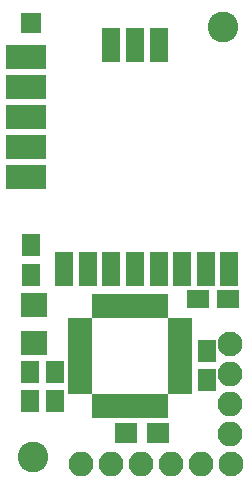
<source format=gbs>
G04 #@! TF.FileFunction,Soldermask,Bot*
%FSLAX46Y46*%
G04 Gerber Fmt 4.6, Leading zero omitted, Abs format (unit mm)*
G04 Created by KiCad (PCBNEW 4.0.2-stable) date 29.05.2017 13:31:58*
%MOMM*%
G01*
G04 APERTURE LIST*
%ADD10C,0.100000*%
%ADD11R,3.400000X2.100000*%
%ADD12R,2.000000X0.950000*%
%ADD13R,0.950000X2.000000*%
%ADD14C,2.100000*%
%ADD15O,2.100000X2.100000*%
%ADD16R,1.600000X2.924000*%
%ADD17R,1.650000X1.900000*%
%ADD18R,1.900000X1.650000*%
%ADD19R,1.900000X1.700000*%
%ADD20R,2.200000X2.150000*%
%ADD21C,2.600000*%
%ADD22R,1.750000X1.750000*%
G04 APERTURE END LIST*
D10*
D11*
X171410500Y-99441000D03*
X171410500Y-94361000D03*
X171410500Y-89281000D03*
X171386500Y-96901000D03*
X171386500Y-91821000D03*
D12*
X175963000Y-117417500D03*
X175963000Y-116617500D03*
X175963000Y-115817500D03*
X175963000Y-115017500D03*
X175963000Y-114217500D03*
X175963000Y-113417500D03*
X175963000Y-112617500D03*
X175963000Y-111817500D03*
D13*
X177413000Y-110367500D03*
X178213000Y-110367500D03*
X179013000Y-110367500D03*
X179813000Y-110367500D03*
X180613000Y-110367500D03*
X181413000Y-110367500D03*
X182213000Y-110367500D03*
X183013000Y-110367500D03*
D12*
X184463000Y-111817500D03*
X184463000Y-112617500D03*
X184463000Y-113417500D03*
X184463000Y-114217500D03*
X184463000Y-115017500D03*
X184463000Y-115817500D03*
X184463000Y-116617500D03*
X184463000Y-117417500D03*
D13*
X183013000Y-118867500D03*
X182213000Y-118867500D03*
X181413000Y-118867500D03*
X180613000Y-118867500D03*
X179813000Y-118867500D03*
X179013000Y-118867500D03*
X178213000Y-118867500D03*
X177413000Y-118867500D03*
D14*
X188658500Y-113601500D03*
D15*
X188658500Y-116141500D03*
X188658500Y-118681500D03*
X188658500Y-121221500D03*
D14*
X188722000Y-123761500D03*
D15*
X186182000Y-123761500D03*
X183642000Y-123761500D03*
X181102000Y-123761500D03*
X178562000Y-123761500D03*
X176022000Y-123761500D03*
D16*
X188610000Y-107282000D03*
X186610000Y-107282000D03*
X184610000Y-107282000D03*
X182610000Y-107282000D03*
X180610000Y-107282000D03*
X178610000Y-107282000D03*
X176610000Y-107282000D03*
X174610000Y-107282000D03*
X180610000Y-88282000D03*
X182610000Y-88282000D03*
X178610000Y-88282000D03*
D17*
X186690000Y-114193000D03*
X186690000Y-116693000D03*
X173799500Y-115971000D03*
X173799500Y-118471000D03*
D18*
X188448000Y-109791500D03*
X185948000Y-109791500D03*
D19*
X179879000Y-121158000D03*
X182579000Y-121158000D03*
D17*
X171704000Y-115971000D03*
X171704000Y-118471000D03*
X171831000Y-107739500D03*
X171831000Y-105239500D03*
D20*
X172085000Y-113512000D03*
X172085000Y-110262000D03*
D21*
X188087000Y-86741000D03*
X171958000Y-123190000D03*
D22*
X171831000Y-86423500D03*
M02*

</source>
